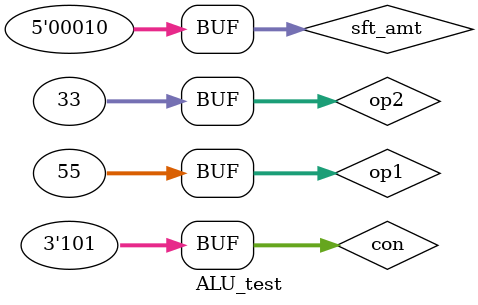
<source format=v>
`timescale 1ns/1ns
module ALU_test();
  
  reg [31:0] op1,op2;
  reg [2:0] con;
  reg [4:0] sft_amt;
  wire [31:0] result;

  ALU alu1(.con(con),.op1(op1),.op2(op2),.sft_amt(sft_amt),.result(result));

  initial
  begin
    $dumpfile("ALU.vcd");
    $dumpvars(0);		

    op1= 55; 
    op2= 33;
    sft_amt= 2;
    con=0;
    
    #10;
    con=1;
    
    #10;
    con=2;
    
    #10;
    con=3;
    
    #10;
    con=4;
    
    #10;
    con=5;
    #10;
   
      
  end


endmodule  
</source>
